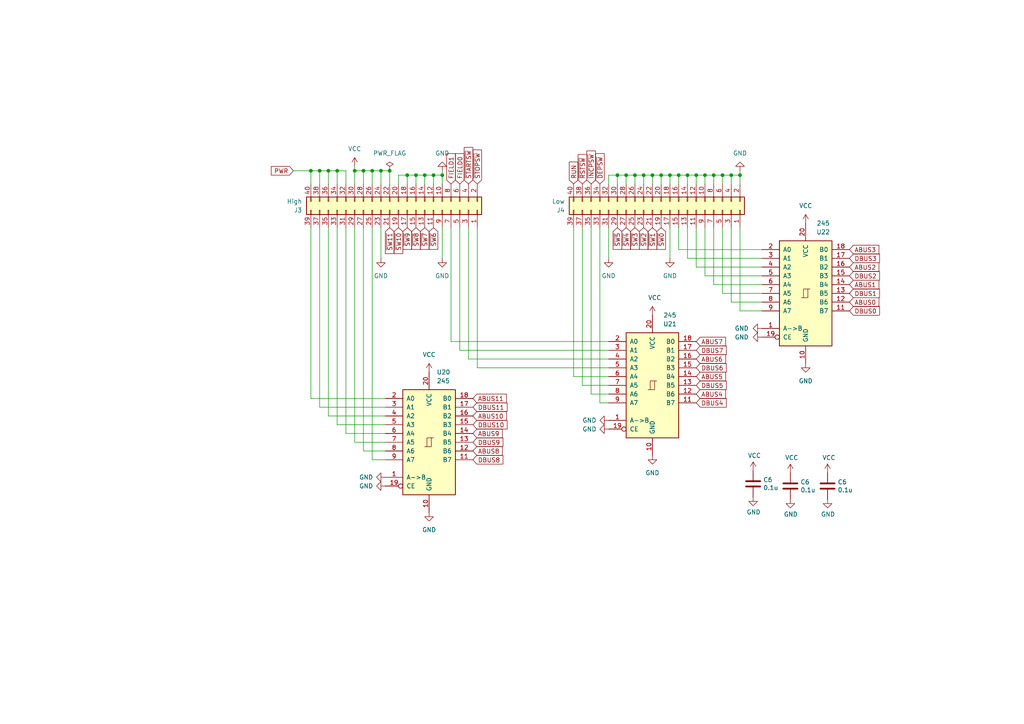
<source format=kicad_sch>
(kicad_sch (version 20230121) (generator eeschema)
  (paper "A4")
  (lib_symbols
    (symbol "74xx:74LS245" (pin_names (offset 1.016))
      (property "Reference" "U" (at -7.62 16.51 0))
      (property "Value" "74LS245" (at -7.62 -16.51 0))
      (symbol "74LS245_1_0"
        (polyline (pts (xy -0.635 -1.27) (xy -0.635 1.27) (xy 0.635 1.27)))
        (polyline (pts (xy -1.27 -1.27) (xy 0.635 -1.27) (xy 0.635 1.27) (xy 1.27 1.27)))
        (pin input line (at -12.7 -10.16 0) (length 5.08) (name "A->B") (number "1"))
        (pin power_in line (at 0 -20.32 90) (length 5.08) (name "GND") (number "10"))
        (pin tri_state line (at 12.7 -5.08 180) (length 5.08) (name "B7") (number "11"))
        (pin tri_state line (at 12.7 -2.54 180) (length 5.08) (name "B6") (number "12"))
        (pin tri_state line (at 12.7 0 180) (length 5.08) (name "B5") (number "13"))
        (pin tri_state line (at 12.7 2.54 180) (length 5.08) (name "B4") (number "14"))
        (pin tri_state line (at 12.7 5.08 180) (length 5.08) (name "B3") (number "15"))
        (pin tri_state line (at 12.7 7.62 180) (length 5.08) (name "B2") (number "16"))
        (pin tri_state line (at 12.7 10.16 180) (length 5.08) (name "B1") (number "17"))
        (pin tri_state line (at 12.7 12.7 180) (length 5.08) (name "B0") (number "18"))
        (pin input inverted (at -12.7 -12.7 0) (length 5.08) (name "CE") (number "19"))
        (pin tri_state line (at -12.7 12.7 0) (length 5.08) (name "A0") (number "2"))
        (pin power_in line (at 0 20.32 270) (length 5.08) (name "VCC") (number "20"))
        (pin tri_state line (at -12.7 10.16 0) (length 5.08) (name "A1") (number "3"))
        (pin tri_state line (at -12.7 7.62 0) (length 5.08) (name "A2") (number "4"))
        (pin tri_state line (at -12.7 5.08 0) (length 5.08) (name "A3") (number "5"))
        (pin tri_state line (at -12.7 2.54 0) (length 5.08) (name "A4") (number "6"))
        (pin tri_state line (at -12.7 0 0) (length 5.08) (name "A5") (number "7"))
        (pin tri_state line (at -12.7 -2.54 0) (length 5.08) (name "A6") (number "8"))
        (pin tri_state line (at -12.7 -5.08 0) (length 5.08) (name "A7") (number "9"))
      )
      (symbol "74LS245_1_1"
        (rectangle (start -7.62 15.24) (end 7.62 -15.24) (stroke (width 0.254)) (fill (type background)))
      )
    )
    (symbol "Connector_Generic:Conn_02x20_Odd_Even" (pin_names (offset 1.016) hide)
      (property "Reference" "J" (at 1.27 25.4 0))
      (property "Value" "Conn_02x20_Odd_Even" (at 1.27 -27.94 0))
      (symbol "Conn_02x20_Odd_Even_1_1"
        (rectangle (start -1.27 -25.273) (end 0 -25.527) (stroke (width 0.1524)))
        (rectangle (start -1.27 -22.733) (end 0 -22.987) (stroke (width 0.1524)))
        (rectangle (start -1.27 -20.193) (end 0 -20.447) (stroke (width 0.1524)))
        (rectangle (start -1.27 -17.653) (end 0 -17.907) (stroke (width 0.1524)))
        (rectangle (start -1.27 -15.113) (end 0 -15.367) (stroke (width 0.1524)))
        (rectangle (start -1.27 -12.573) (end 0 -12.827) (stroke (width 0.1524)))
        (rectangle (start -1.27 -10.033) (end 0 -10.287) (stroke (width 0.1524)))
        (rectangle (start -1.27 -7.493) (end 0 -7.747) (stroke (width 0.1524)))
        (rectangle (start -1.27 -4.953) (end 0 -5.207) (stroke (width 0.1524)))
        (rectangle (start -1.27 -2.413) (end 0 -2.667) (stroke (width 0.1524)))
        (rectangle (start -1.27 0.127) (end 0 -0.127) (stroke (width 0.1524)))
        (rectangle (start -1.27 2.667) (end 0 2.413) (stroke (width 0.1524)))
        (rectangle (start -1.27 5.207) (end 0 4.953) (stroke (width 0.1524)))
        (rectangle (start -1.27 7.747) (end 0 7.493) (stroke (width 0.1524)))
        (rectangle (start -1.27 10.287) (end 0 10.033) (stroke (width 0.1524)))
        (rectangle (start -1.27 12.827) (end 0 12.573) (stroke (width 0.1524)))
        (rectangle (start -1.27 15.367) (end 0 15.113) (stroke (width 0.1524)))
        (rectangle (start -1.27 17.907) (end 0 17.653) (stroke (width 0.1524)))
        (rectangle (start -1.27 20.447) (end 0 20.193) (stroke (width 0.1524)))
        (rectangle (start -1.27 22.987) (end 0 22.733) (stroke (width 0.1524)))
        (rectangle (start -1.27 24.13) (end 3.81 -26.67) (stroke (width 0.254)) (fill (type background)))
        (rectangle (start 3.81 -25.273) (end 2.54 -25.527) (stroke (width 0.1524)))
        (rectangle (start 3.81 -22.733) (end 2.54 -22.987) (stroke (width 0.1524)))
        (rectangle (start 3.81 -20.193) (end 2.54 -20.447) (stroke (width 0.1524)))
        (rectangle (start 3.81 -17.653) (end 2.54 -17.907) (stroke (width 0.1524)))
        (rectangle (start 3.81 -15.113) (end 2.54 -15.367) (stroke (width 0.1524)))
        (rectangle (start 3.81 -12.573) (end 2.54 -12.827) (stroke (width 0.1524)))
        (rectangle (start 3.81 -10.033) (end 2.54 -10.287) (stroke (width 0.1524)))
        (rectangle (start 3.81 -7.493) (end 2.54 -7.747) (stroke (width 0.1524)))
        (rectangle (start 3.81 -4.953) (end 2.54 -5.207) (stroke (width 0.1524)))
        (rectangle (start 3.81 -2.413) (end 2.54 -2.667) (stroke (width 0.1524)))
        (rectangle (start 3.81 0.127) (end 2.54 -0.127) (stroke (width 0.1524)))
        (rectangle (start 3.81 2.667) (end 2.54 2.413) (stroke (width 0.1524)))
        (rectangle (start 3.81 5.207) (end 2.54 4.953) (stroke (width 0.1524)))
        (rectangle (start 3.81 7.747) (end 2.54 7.493) (stroke (width 0.1524)))
        (rectangle (start 3.81 10.287) (end 2.54 10.033) (stroke (width 0.1524)))
        (rectangle (start 3.81 12.827) (end 2.54 12.573) (stroke (width 0.1524)))
        (rectangle (start 3.81 15.367) (end 2.54 15.113) (stroke (width 0.1524)))
        (rectangle (start 3.81 17.907) (end 2.54 17.653) (stroke (width 0.1524)))
        (rectangle (start 3.81 20.447) (end 2.54 20.193) (stroke (width 0.1524)))
        (rectangle (start 3.81 22.987) (end 2.54 22.733) (stroke (width 0.1524)))
        (pin passive line (at -5.08 22.86 0) (length 3.81) (name "Pin_1") (number "1"))
        (pin passive line (at 7.62 12.7 180) (length 3.81) (name "Pin_10") (number "10"))
        (pin passive line (at -5.08 10.16 0) (length 3.81) (name "Pin_11") (number "11"))
        (pin passive line (at 7.62 10.16 180) (length 3.81) (name "Pin_12") (number "12"))
        (pin passive line (at -5.08 7.62 0) (length 3.81) (name "Pin_13") (number "13"))
        (pin passive line (at 7.62 7.62 180) (length 3.81) (name "Pin_14") (number "14"))
        (pin passive line (at -5.08 5.08 0) (length 3.81) (name "Pin_15") (number "15"))
        (pin passive line (at 7.62 5.08 180) (length 3.81) (name "Pin_16") (number "16"))
        (pin passive line (at -5.08 2.54 0) (length 3.81) (name "Pin_17") (number "17"))
        (pin passive line (at 7.62 2.54 180) (length 3.81) (name "Pin_18") (number "18"))
        (pin passive line (at -5.08 0 0) (length 3.81) (name "Pin_19") (number "19"))
        (pin passive line (at 7.62 22.86 180) (length 3.81) (name "Pin_2") (number "2"))
        (pin passive line (at 7.62 0 180) (length 3.81) (name "Pin_20") (number "20"))
        (pin passive line (at -5.08 -2.54 0) (length 3.81) (name "Pin_21") (number "21"))
        (pin passive line (at 7.62 -2.54 180) (length 3.81) (name "Pin_22") (number "22"))
        (pin passive line (at -5.08 -5.08 0) (length 3.81) (name "Pin_23") (number "23"))
        (pin passive line (at 7.62 -5.08 180) (length 3.81) (name "Pin_24") (number "24"))
        (pin passive line (at -5.08 -7.62 0) (length 3.81) (name "Pin_25") (number "25"))
        (pin passive line (at 7.62 -7.62 180) (length 3.81) (name "Pin_26") (number "26"))
        (pin passive line (at -5.08 -10.16 0) (length 3.81) (name "Pin_27") (number "27"))
        (pin passive line (at 7.62 -10.16 180) (length 3.81) (name "Pin_28") (number "28"))
        (pin passive line (at -5.08 -12.7 0) (length 3.81) (name "Pin_29") (number "29"))
        (pin passive line (at -5.08 20.32 0) (length 3.81) (name "Pin_3") (number "3"))
        (pin passive line (at 7.62 -12.7 180) (length 3.81) (name "Pin_30") (number "30"))
        (pin passive line (at -5.08 -15.24 0) (length 3.81) (name "Pin_31") (number "31"))
        (pin passive line (at 7.62 -15.24 180) (length 3.81) (name "Pin_32") (number "32"))
        (pin passive line (at -5.08 -17.78 0) (length 3.81) (name "Pin_33") (number "33"))
        (pin passive line (at 7.62 -17.78 180) (length 3.81) (name "Pin_34") (number "34"))
        (pin passive line (at -5.08 -20.32 0) (length 3.81) (name "Pin_35") (number "35"))
        (pin passive line (at 7.62 -20.32 180) (length 3.81) (name "Pin_36") (number "36"))
        (pin passive line (at -5.08 -22.86 0) (length 3.81) (name "Pin_37") (number "37"))
        (pin passive line (at 7.62 -22.86 180) (length 3.81) (name "Pin_38") (number "38"))
        (pin passive line (at -5.08 -25.4 0) (length 3.81) (name "Pin_39") (number "39"))
        (pin passive line (at 7.62 20.32 180) (length 3.81) (name "Pin_4") (number "4"))
        (pin passive line (at 7.62 -25.4 180) (length 3.81) (name "Pin_40") (number "40"))
        (pin passive line (at -5.08 17.78 0) (length 3.81) (name "Pin_5") (number "5"))
        (pin passive line (at 7.62 17.78 180) (length 3.81) (name "Pin_6") (number "6"))
        (pin passive line (at -5.08 15.24 0) (length 3.81) (name "Pin_7") (number "7"))
        (pin passive line (at 7.62 15.24 180) (length 3.81) (name "Pin_8") (number "8"))
        (pin passive line (at -5.08 12.7 0) (length 3.81) (name "Pin_9") (number "9"))
      )
    )
    (symbol "Device:C" (pin_numbers hide) (pin_names (offset 0.254))
      (property "Reference" "C" (at 0.635 2.54 0))
      (property "Value" "C" (at 0.635 -2.54 0))
      (symbol "C_0_1"
        (polyline (pts (xy -2.032 -0.762) (xy 2.032 -0.762)) (stroke (width 0.508)))
        (polyline (pts (xy -2.032 0.762) (xy 2.032 0.762)) (stroke (width 0.508)))
      )
      (symbol "C_1_1"
        (pin passive line (at 0 3.81 270) (length 2.794) (name "~") (number "1"))
        (pin passive line (at 0 -3.81 90) (length 2.794) (name "~") (number "2"))
      )
    )
    (symbol "power:GND" (power) (pin_names (offset 0))
      (property "Value" "GND" (at 0 -3.81 0))
      (symbol "GND_0_1"
        (polyline (pts (xy 0 0) (xy 0 -1.27) (xy 1.27 -1.27) (xy 0 -2.54) (xy -1.27 -1.27) (xy 0 -1.27)))
      )
      (symbol "GND_1_1"
        (pin power_in line (at 0 0 270) (length 0) hide (name "GND") (number "1"))
      )
    )
    (symbol "power:PWR_FLAG" (power) (pin_numbers hide) (pin_names (offset 0) hide)
      (property "Value" "PWR_FLAG" (at 0 3.81 0))
      (symbol "PWR_FLAG_0_0"
        (pin power_out line (at 0 0 90) (length 0) (name "pwr") (number "1"))
      )
      (symbol "PWR_FLAG_0_1"
        (polyline (pts (xy 0 0) (xy 0 1.27) (xy -1.016 1.905) (xy 0 2.54) (xy 1.016 1.905) (xy 0 1.27)))
      )
    )
    (symbol "power:VCC" (power) (pin_names (offset 0))
      (property "Value" "VCC" (at 0 3.81 0))
      (symbol "VCC_0_1"
        (polyline (pts (xy -0.762 1.27) (xy 0 2.54)))
        (polyline (pts (xy 0 0) (xy 0 2.54)))
        (polyline (pts (xy 0 2.54) (xy 0.762 1.27)))
      )
      (symbol "VCC_1_1"
        (pin power_in line (at 0 0 90) (length 0) hide (name "VCC") (number "1"))
      )
    )
  )
  (junction (at 125.73 50.8))
  (junction (at 95.25 49.53))
  (junction (at 105.41 49.53))
  (junction (at 107.95 49.53))
  (junction (at 196.85 50.8))
  (junction (at 113.03 49.53))
  (junction (at 184.15 50.8))
  (junction (at 181.61 50.8))
  (junction (at 102.87 49.53))
  (junction (at 189.23 50.8))
  (junction (at 186.69 50.8))
  (junction (at 199.39 50.8))
  (junction (at 214.63 50.8))
  (junction (at 212.09 50.8))
  (junction (at 123.19 50.8))
  (junction (at 207.01 50.8))
  (junction (at 97.79 49.53))
  (junction (at 120.65 50.8))
  (junction (at 179.07 50.8))
  (junction (at 90.17 49.53))
  (junction (at 191.77 50.8))
  (junction (at 194.31 50.8))
  (junction (at 92.71 49.53))
  (junction (at 110.49 49.53))
  (junction (at 118.11 50.8))
  (junction (at 209.55 50.8))
  (junction (at 204.47 50.8))
  (junction (at 128.27 50.8))
  (junction (at 201.93 50.8))
  (wire (pts (xy 196.85 50.8) (xy 199.39 50.8)))
  (wire (pts (xy 97.79 66.04) (xy 97.79 123.19)))
  (wire (pts (xy 191.77 50.8) (xy 191.77 53.34)))
  (wire (pts (xy 110.49 49.53) (xy 110.49 53.34)))
  (wire (pts (xy 199.39 50.8) (xy 201.93 50.8)))
  (wire (pts (xy 113.03 49.53) (xy 110.49 49.53)))
  (wire (pts (xy 207.01 82.55) (xy 207.01 66.04)))
  (wire (pts (xy 85.09 49.53) (xy 90.17 49.53)))
  (wire (pts (xy 111.76 115.57) (xy 90.17 115.57)))
  (wire (pts (xy 186.69 50.8) (xy 186.69 53.34)))
  (wire (pts (xy 181.61 50.8) (xy 181.61 53.34)))
  (wire (pts (xy 220.98 82.55) (xy 207.01 82.55)))
  (wire (pts (xy 209.55 50.8) (xy 212.09 50.8)))
  (wire (pts (xy 171.45 66.04) (xy 171.45 114.3)))
  (wire (pts (xy 194.31 66.04) (xy 194.31 74.93)))
  (wire (pts (xy 111.76 123.19) (xy 97.79 123.19)))
  (wire (pts (xy 123.19 50.8) (xy 120.65 50.8)))
  (wire (pts (xy 133.35 66.04) (xy 133.35 101.6)))
  (wire (pts (xy 168.91 66.04) (xy 168.91 111.76)))
  (wire (pts (xy 111.76 130.81) (xy 105.41 130.81)))
  (wire (pts (xy 176.53 111.76) (xy 168.91 111.76)))
  (wire (pts (xy 107.95 49.53) (xy 105.41 49.53)))
  (wire (pts (xy 212.09 87.63) (xy 212.09 66.04)))
  (wire (pts (xy 95.25 49.53) (xy 95.25 53.34)))
  (wire (pts (xy 220.98 90.17) (xy 214.63 90.17)))
  (wire (pts (xy 105.41 49.53) (xy 102.87 49.53)))
  (wire (pts (xy 179.07 50.8) (xy 181.61 50.8)))
  (wire (pts (xy 176.53 104.14) (xy 135.89 104.14)))
  (wire (pts (xy 166.37 66.04) (xy 166.37 109.22)))
  (wire (pts (xy 176.53 53.34) (xy 176.53 50.8)))
  (wire (pts (xy 105.41 66.04) (xy 105.41 130.81)))
  (wire (pts (xy 181.61 50.8) (xy 184.15 50.8)))
  (wire (pts (xy 128.27 50.8) (xy 128.27 53.34)))
  (wire (pts (xy 194.31 50.8) (xy 196.85 50.8)))
  (wire (pts (xy 107.95 133.35) (xy 111.76 133.35)))
  (wire (pts (xy 95.25 49.53) (xy 92.71 49.53)))
  (wire (pts (xy 201.93 50.8) (xy 204.47 50.8)))
  (wire (pts (xy 128.27 66.04) (xy 128.27 74.93)))
  (wire (pts (xy 214.63 50.8) (xy 214.63 53.34)))
  (wire (pts (xy 199.39 50.8) (xy 199.39 53.34)))
  (wire (pts (xy 135.89 66.04) (xy 135.89 104.14)))
  (wire (pts (xy 209.55 50.8) (xy 209.55 53.34)))
  (wire (pts (xy 199.39 74.93) (xy 199.39 66.04)))
  (wire (pts (xy 130.81 66.04) (xy 130.81 99.06)))
  (wire (pts (xy 113.03 49.53) (xy 113.03 53.34)))
  (wire (pts (xy 118.11 50.8) (xy 118.11 53.34)))
  (wire (pts (xy 176.53 50.8) (xy 179.07 50.8)))
  (wire (pts (xy 100.33 49.53) (xy 97.79 49.53)))
  (wire (pts (xy 95.25 120.65) (xy 111.76 120.65)))
  (wire (pts (xy 176.53 106.68) (xy 138.43 106.68)))
  (wire (pts (xy 120.65 50.8) (xy 118.11 50.8)))
  (wire (pts (xy 220.98 87.63) (xy 212.09 87.63)))
  (wire (pts (xy 212.09 50.8) (xy 212.09 53.34)))
  (wire (pts (xy 110.49 49.53) (xy 107.95 49.53)))
  (wire (pts (xy 173.99 116.84) (xy 176.53 116.84)))
  (wire (pts (xy 201.93 77.47) (xy 201.93 66.04)))
  (wire (pts (xy 130.81 99.06) (xy 176.53 99.06)))
  (wire (pts (xy 100.33 125.73) (xy 111.76 125.73)))
  (wire (pts (xy 92.71 66.04) (xy 92.71 118.11)))
  (wire (pts (xy 201.93 50.8) (xy 201.93 53.34)))
  (wire (pts (xy 97.79 49.53) (xy 97.79 53.34)))
  (wire (pts (xy 173.99 66.04) (xy 173.99 116.84)))
  (wire (pts (xy 111.76 128.27) (xy 102.87 128.27)))
  (wire (pts (xy 176.53 114.3) (xy 171.45 114.3)))
  (wire (pts (xy 214.63 49.53) (xy 214.63 50.8)))
  (wire (pts (xy 204.47 50.8) (xy 207.01 50.8)))
  (wire (pts (xy 97.79 49.53) (xy 95.25 49.53)))
  (wire (pts (xy 214.63 90.17) (xy 214.63 66.04)))
  (wire (pts (xy 196.85 72.39) (xy 196.85 66.04)))
  (wire (pts (xy 123.19 50.8) (xy 123.19 53.34)))
  (wire (pts (xy 194.31 50.8) (xy 194.31 53.34)))
  (wire (pts (xy 125.73 50.8) (xy 125.73 53.34)))
  (wire (pts (xy 110.49 66.04) (xy 110.49 74.93)))
  (wire (pts (xy 90.17 49.53) (xy 90.17 53.34)))
  (wire (pts (xy 191.77 50.8) (xy 194.31 50.8)))
  (wire (pts (xy 95.25 66.04) (xy 95.25 120.65)))
  (wire (pts (xy 92.71 49.53) (xy 92.71 53.34)))
  (wire (pts (xy 220.98 74.93) (xy 199.39 74.93)))
  (wire (pts (xy 176.53 66.04) (xy 176.53 74.93)))
  (wire (pts (xy 102.87 66.04) (xy 102.87 128.27)))
  (wire (pts (xy 186.69 50.8) (xy 189.23 50.8)))
  (wire (pts (xy 128.27 50.8) (xy 125.73 50.8)))
  (wire (pts (xy 220.98 80.01) (xy 204.47 80.01)))
  (wire (pts (xy 220.98 72.39) (xy 196.85 72.39)))
  (wire (pts (xy 189.23 50.8) (xy 189.23 53.34)))
  (wire (pts (xy 90.17 66.04) (xy 90.17 115.57)))
  (wire (pts (xy 212.09 50.8) (xy 214.63 50.8)))
  (wire (pts (xy 102.87 49.53) (xy 102.87 53.34)))
  (wire (pts (xy 107.95 66.04) (xy 107.95 133.35)))
  (wire (pts (xy 176.53 109.22) (xy 166.37 109.22)))
  (wire (pts (xy 176.53 101.6) (xy 133.35 101.6)))
  (wire (pts (xy 92.71 49.53) (xy 90.17 49.53)))
  (wire (pts (xy 107.95 49.53) (xy 107.95 53.34)))
  (wire (pts (xy 118.11 50.8) (xy 115.57 50.8)))
  (wire (pts (xy 100.33 49.53) (xy 100.33 53.34)))
  (wire (pts (xy 102.87 48.26) (xy 102.87 49.53)))
  (wire (pts (xy 204.47 80.01) (xy 204.47 66.04)))
  (wire (pts (xy 184.15 50.8) (xy 186.69 50.8)))
  (wire (pts (xy 138.43 66.04) (xy 138.43 106.68)))
  (wire (pts (xy 207.01 50.8) (xy 209.55 50.8)))
  (wire (pts (xy 204.47 50.8) (xy 204.47 53.34)))
  (wire (pts (xy 220.98 77.47) (xy 201.93 77.47)))
  (wire (pts (xy 128.27 49.53) (xy 128.27 50.8)))
  (wire (pts (xy 209.55 85.09) (xy 209.55 66.04)))
  (wire (pts (xy 111.76 118.11) (xy 92.71 118.11)))
  (wire (pts (xy 100.33 66.04) (xy 100.33 125.73)))
  (wire (pts (xy 115.57 50.8) (xy 115.57 53.34)))
  (wire (pts (xy 125.73 50.8) (xy 123.19 50.8)))
  (wire (pts (xy 220.98 85.09) (xy 209.55 85.09)))
  (wire (pts (xy 207.01 50.8) (xy 207.01 53.34)))
  (wire (pts (xy 179.07 50.8) (xy 179.07 53.34)))
  (wire (pts (xy 189.23 50.8) (xy 191.77 50.8)))
  (wire (pts (xy 105.41 49.53) (xy 105.41 53.34)))
  (wire (pts (xy 184.15 50.8) (xy 184.15 53.34)))
  (wire (pts (xy 120.65 50.8) (xy 120.65 53.34)))
  (wire (pts (xy 196.85 50.8) (xy 196.85 53.34)))
  (global_label "~{SW8}" (shape input) (at 120.65 66.04 270) (property "Intersheetrefs" "${INTERSHEET_REFS}" (effects hide)))
  (global_label "DBUS5" (shape input) (at 201.93 111.76 0) (property "Intersheetrefs" "${INTERSHEET_REFS}" (effects hide)))
  (global_label "FIELD1" (shape input) (at 130.81 53.34 90) (property "Intersheetrefs" "${INTERSHEET_REFS}" (effects hide)))
  (global_label "ABUS2" (shape input) (at 246.38 77.47 0) (property "Intersheetrefs" "${INTERSHEET_REFS}" (effects hide)))
  (global_label "DBUS3" (shape input) (at 246.38 74.93 0) (property "Intersheetrefs" "${INTERSHEET_REFS}" (effects hide)))
  (global_label "~{SW11}" (shape input) (at 113.03 66.04 270) (property "Intersheetrefs" "${INTERSHEET_REFS}" (effects hide)))
  (global_label "RUN" (shape input) (at 166.37 53.34 90) (property "Intersheetrefs" "${INTERSHEET_REFS}" (effects hide)))
  (global_label "~{INCPSW}" (shape input) (at 171.45 53.34 90) (property "Intersheetrefs" "${INTERSHEET_REFS}" (effects hide)))
  (global_label "DBUS6" (shape input) (at 201.93 106.68 0) (property "Intersheetrefs" "${INTERSHEET_REFS}" (effects hide)))
  (global_label "~{SW7}" (shape input) (at 123.19 66.04 270) (property "Intersheetrefs" "${INTERSHEET_REFS}" (effects hide)))
  (global_label "~{DEPSW}" (shape input) (at 173.99 53.34 90) (property "Intersheetrefs" "${INTERSHEET_REFS}" (effects hide)))
  (global_label "FIELD0" (shape input) (at 133.35 53.34 90) (property "Intersheetrefs" "${INTERSHEET_REFS}" (effects hide)))
  (global_label "DBUS1" (shape input) (at 246.38 85.09 0) (property "Intersheetrefs" "${INTERSHEET_REFS}" (effects hide)))
  (global_label "DBUS2" (shape input) (at 246.38 80.01 0) (property "Intersheetrefs" "${INTERSHEET_REFS}" (effects hide)))
  (global_label "~{SW5}" (shape input) (at 179.07 66.04 270) (property "Intersheetrefs" "${INTERSHEET_REFS}" (effects hide)))
  (global_label "DBUS4" (shape input) (at 201.93 116.84 0) (property "Intersheetrefs" "${INTERSHEET_REFS}" (effects hide)))
  (global_label "ABUS9" (shape input) (at 137.16 125.73 0) (property "Intersheetrefs" "${INTERSHEET_REFS}" (effects hide)))
  (global_label "~{STARTSW}" (shape input) (at 135.89 53.34 90) (property "Intersheetrefs" "${INTERSHEET_REFS}" (effects hide)))
  (global_label "~{SW1}" (shape input) (at 189.23 66.04 270) (property "Intersheetrefs" "${INTERSHEET_REFS}" (effects hide)))
  (global_label "DBUS9" (shape input) (at 137.16 128.27 0) (property "Intersheetrefs" "${INTERSHEET_REFS}" (effects hide)))
  (global_label "DBUS0" (shape input) (at 246.38 90.17 0) (property "Intersheetrefs" "${INTERSHEET_REFS}" (effects hide)))
  (global_label "ABUS0" (shape input) (at 246.38 87.63 0) (property "Intersheetrefs" "${INTERSHEET_REFS}" (effects hide)))
  (global_label "~{SW6}" (shape input) (at 125.73 66.04 270) (property "Intersheetrefs" "${INTERSHEET_REFS}" (effects hide)))
  (global_label "ABUS5" (shape input) (at 201.93 109.22 0) (property "Intersheetrefs" "${INTERSHEET_REFS}" (effects hide)))
  (global_label "DBUS10" (shape input) (at 137.16 123.19 0) (property "Intersheetrefs" "${INTERSHEET_REFS}" (effects hide)))
  (global_label "ABUS6" (shape input) (at 201.93 104.14 0) (property "Intersheetrefs" "${INTERSHEET_REFS}" (effects hide)))
  (global_label "~{SW2}" (shape input) (at 186.69 66.04 270) (property "Intersheetrefs" "${INTERSHEET_REFS}" (effects hide)))
  (global_label "~{SW10}" (shape input) (at 115.57 66.04 270) (property "Intersheetrefs" "${INTERSHEET_REFS}" (effects hide)))
  (global_label "ABUS11" (shape input) (at 137.16 115.57 0) (property "Intersheetrefs" "${INTERSHEET_REFS}" (effects hide)))
  (global_label "~{SW3}" (shape input) (at 184.15 66.04 270) (property "Intersheetrefs" "${INTERSHEET_REFS}" (effects hide)))
  (global_label "DBUS11" (shape input) (at 137.16 118.11 0) (property "Intersheetrefs" "${INTERSHEET_REFS}" (effects hide)))
  (global_label "DBUS8" (shape input) (at 137.16 133.35 0) (property "Intersheetrefs" "${INTERSHEET_REFS}" (effects hide)))
  (global_label "~{RSTSW}" (shape input) (at 168.91 53.34 90) (property "Intersheetrefs" "${INTERSHEET_REFS}" (effects hide)))
  (global_label "ABUS7" (shape input) (at 201.93 99.06 0) (property "Intersheetrefs" "${INTERSHEET_REFS}" (effects hide)))
  (global_label "ABUS3" (shape input) (at 246.38 72.39 0) (property "Intersheetrefs" "${INTERSHEET_REFS}" (effects hide)))
  (global_label "ABUS10" (shape input) (at 137.16 120.65 0) (property "Intersheetrefs" "${INTERSHEET_REFS}" (effects hide)))
  (global_label "ABUS1" (shape input) (at 246.38 82.55 0) (property "Intersheetrefs" "${INTERSHEET_REFS}" (effects hide)))
  (global_label "ABUS8" (shape input) (at 137.16 130.81 0) (property "Intersheetrefs" "${INTERSHEET_REFS}" (effects hide)))
  (global_label "~{SW4}" (shape input) (at 181.61 66.04 270) (property "Intersheetrefs" "${INTERSHEET_REFS}" (effects hide)))
  (global_label "PWR" (shape input) (at 85.09 49.53 180) (property "Intersheetrefs" "${INTERSHEET_REFS}" (effects hide)))
  (global_label "~{SW0}" (shape input) (at 191.77 66.04 270) (property "Intersheetrefs" "${INTERSHEET_REFS}" (effects hide)))
  (global_label "~{SW9}" (shape input) (at 118.11 66.04 270) (property "Intersheetrefs" "${INTERSHEET_REFS}" (effects hide)))
  (global_label "ABUS4" (shape input) (at 201.93 114.3 0) (property "Intersheetrefs" "${INTERSHEET_REFS}" (effects hide)))
  (global_label "~{STOPSW}" (shape input) (at 138.43 53.34 90) (property "Intersheetrefs" "${INTERSHEET_REFS}" (effects hide)))
  (global_label "DBUS7" (shape input) (at 201.93 101.6 0) (property "Intersheetrefs" "${INTERSHEET_REFS}" (effects hide)))
  (symbol (lib_id "74xx:74LS245") (at 189.23 111.76 0) (unit 1)
    (property "Reference" "U21" (at 194.31 93.98 0))
    (property "Value" "245" (at 194.31 91.44 0))
    (property "Footprint" "Package_DIP:DIP-20_W7.62mm_Socket" (effects hide))
    (property "Datasheet" "http://www.ti.com/lit/gpn/sn74LS245" (effects hide))
  )
  (symbol (lib_id "power:GND") (at 218.44 144.145 0) (unit 1)
    (property "Reference" "#PWR013" (effects hide))
    (property "Value" "GND" (at 218.567 148.5392 0))
    (instances (project "q2a" (path "" (reference "#PWR013") (unit 1)) (path "" (reference "#PWR027") (unit 1)) (path "" (reference "#PWR041") (unit 1)) (path "" (reference "#PWR055") (unit 1)) (path "" (reference "#PWR069") (unit 1)) (path "" (reference "#PWR083") (unit 1)) (path "" (reference "#PWR?") (unit 1)) (path "" (reference "#PWR034") (unit 1)) (path "" (reference "#PWR062") (unit 1)) (path "" (reference "#PWR090") (unit 1)) (path "" (reference "#PWR020") (unit 1)) (path "" (reference "#PWR076") (unit 1)) (path "" (reference "#PWR048") (unit 1)) (path "" (reference "#PWR0154") (unit 1))))
  )
  (symbol (lib_id "power:GND") (at 176.53 124.46 270) (unit 1)
    (property "Reference" "#PWR0148" (effects hide))
    (property "Value" "GND" (at 168.91 124.46 90) (effects (justify left)))
  )
  (symbol (lib_id "power:GND") (at 189.23 132.08 0) (unit 1)
    (property "Reference" "#PWR0150" (effects hide))
    (property "Value" "GND" (at 189.23 137.16 0))
  )
  (symbol (lib_id "power:PWR_FLAG") (at 113.03 49.53 0) (unit 1)
    (property "Reference" "#FLG02" (effects hide))
    (property "Value" "PWR_FLAG" (at 113.03 44.45 0))
  )
  (symbol (lib_id "power:GND") (at 220.98 97.79 270) (unit 1)
    (property "Reference" "#PWR0156" (effects hide))
    (property "Value" "GND" (at 217.17 97.79 90) (effects (justify right)))
  )
  (symbol (lib_id "power:GND") (at 240.03 144.78 0) (unit 1)
    (property "Reference" "#PWR013" (effects hide))
    (property "Value" "GND" (at 240.157 149.1742 0))
    (instances (project "q2a" (path "" (reference "#PWR013") (unit 1)) (path "" (reference "#PWR027") (unit 1)) (path "" (reference "#PWR041") (unit 1)) (path "" (reference "#PWR055") (unit 1)) (path "" (reference "#PWR069") (unit 1)) (path "" (reference "#PWR083") (unit 1)) (path "" (reference "#PWR?") (unit 1)) (path "" (reference "#PWR034") (unit 1)) (path "" (reference "#PWR062") (unit 1)) (path "" (reference "#PWR090") (unit 1)) (path "" (reference "#PWR020") (unit 1)) (path "" (reference "#PWR076") (unit 1)) (path "" (reference "#PWR048") (unit 1)) (path "" (reference "#PWR0162") (unit 1))))
  )
  (symbol (lib_id "Device:C") (at 218.44 140.335 0) (unit 1)
    (property "Reference" "C6" (at 221.361 139.1666 0) (effects (justify left)))
    (property "Value" "0.1u" (at 221.361 141.478 0) (effects (justify left)))
    (property "Footprint" "Capacitor_THT:C_Disc_D5.0mm_W2.5mm_P2.50mm" (effects hide))
    (instances (project "q2a" (path "" (reference "C6") (unit 1)) (path "" (reference "C8") (unit 1)) (path "" (reference "C10") (unit 1)) (path "" (reference "C12") (unit 1)) (path "" (reference "C14") (unit 1)) (path "" (reference "C16") (unit 1)) (path "" (reference "C7") (unit 1)) (path "" (reference "C11") (unit 1)) (path "" (reference "C15") (unit 1)) (path "" (reference "C5") (unit 1)) (path "" (reference "C13") (unit 1)) (path "" (reference "C9") (unit 1)) (path "" (reference "C26") (unit 1))))
  )
  (symbol (lib_id "power:VCC") (at 233.68 64.77 0) (unit 1)
    (property "Reference" "#PWR0159" (effects hide))
    (property "Value" "VCC" (at 233.68 59.69 0))
  )
  (symbol (lib_id "power:GND") (at 194.31 74.93 0) (unit 1)
    (property "Reference" "#PWR0151" (effects hide))
    (property "Value" "GND" (at 194.31 80.01 0))
  )
  (symbol (lib_id "power:VCC") (at 240.03 137.16 0) (unit 1)
    (property "Reference" "#PWR012" (effects hide))
    (property "Value" "VCC" (at 240.411 132.7658 0))
    (instances (project "q2a" (path "" (reference "#PWR012") (unit 1)) (path "" (reference "#PWR026") (unit 1)) (path "" (reference "#PWR040") (unit 1)) (path "" (reference "#PWR054") (unit 1)) (path "" (reference "#PWR068") (unit 1)) (path "" (reference "#PWR082") (unit 1)) (path "" (reference "#PWR?") (unit 1)) (path "" (reference "#PWR033") (unit 1)) (path "" (reference "#PWR061") (unit 1)) (path "" (reference "#PWR089") (unit 1)) (path "" (reference "#PWR019") (unit 1)) (path "" (reference "#PWR075") (unit 1)) (path "" (reference "#PWR047") (unit 1)) (path "" (reference "#PWR0161") (unit 1))))
  )
  (symbol (lib_id "power:GND") (at 128.27 74.93 0) (unit 1)
    (property "Reference" "#PWR0145" (effects hide))
    (property "Value" "GND" (at 128.27 80.01 0))
  )
  (symbol (lib_id "power:GND") (at 111.76 138.43 270) (unit 1)
    (property "Reference" "#PWR0140" (effects hide))
    (property "Value" "GND" (at 104.14 138.43 90) (effects (justify left)))
  )
  (symbol (lib_id "power:GND") (at 220.98 95.25 270) (unit 1)
    (property "Reference" "#PWR0155" (effects hide))
    (property "Value" "GND" (at 217.17 95.25 90) (effects (justify right)))
  )
  (symbol (lib_id "Connector_Generic:Conn_02x20_Odd_Even") (at 115.57 60.96 270) (mirror x) (unit 1)
    (property "Reference" "J3" (at 87.63 60.96 90) (effects (justify right)))
    (property "Value" "High" (at 87.63 58.42 90) (effects (justify right)))
    (property "Footprint" "Connector_IDC:IDC-Header_2x20_P2.54mm_Vertical" (effects hide))
  )
  (symbol (lib_id "power:VCC") (at 189.23 91.44 0) (unit 1)
    (property "Reference" "#PWR0149" (effects hide))
    (property "Value" "VCC" (at 187.96 86.36 0) (effects (justify left)))
  )
  (symbol (lib_id "power:GND") (at 128.27 49.53 180) (unit 1)
    (property "Reference" "#PWR0144" (effects hide))
    (property "Value" "GND" (at 128.27 44.45 0))
  )
  (symbol (lib_id "Device:C") (at 229.235 140.97 0) (unit 1)
    (property "Reference" "C6" (at 232.156 139.8016 0) (effects (justify left)))
    (property "Value" "0.1u" (at 232.156 142.113 0) (effects (justify left)))
    (property "Footprint" "Capacitor_THT:C_Disc_D5.0mm_W2.5mm_P2.50mm" (effects hide))
    (instances (project "q2a" (path "" (reference "C6") (unit 1)) (path "" (reference "C8") (unit 1)) (path "" (reference "C10") (unit 1)) (path "" (reference "C12") (unit 1)) (path "" (reference "C14") (unit 1)) (path "" (reference "C16") (unit 1)) (path "" (reference "C7") (unit 1)) (path "" (reference "C11") (unit 1)) (path "" (reference "C15") (unit 1)) (path "" (reference "C5") (unit 1)) (path "" (reference "C13") (unit 1)) (path "" (reference "C9") (unit 1)) (path "" (reference "C27") (unit 1))))
  )
  (symbol (lib_id "Connector_Generic:Conn_02x20_Odd_Even") (at 191.77 60.96 270) (mirror x) (unit 1)
    (property "Reference" "J4" (at 163.83 60.96 90) (effects (justify right)))
    (property "Value" "Low" (at 163.83 58.42 90) (effects (justify right)))
    (property "Footprint" "Connector_IDC:IDC-Header_2x20_P2.54mm_Vertical" (effects hide))
  )
  (symbol (lib_id "power:VCC") (at 229.235 137.16 0) (unit 1)
    (property "Reference" "#PWR012" (effects hide))
    (property "Value" "VCC" (at 229.616 132.7658 0))
    (instances (project "q2a" (path "" (reference "#PWR012") (unit 1)) (path "" (reference "#PWR026") (unit 1)) (path "" (reference "#PWR040") (unit 1)) (path "" (reference "#PWR054") (unit 1)) (path "" (reference "#PWR068") (unit 1)) (path "" (reference "#PWR082") (unit 1)) (path "" (reference "#PWR?") (unit 1)) (path "" (reference "#PWR033") (unit 1)) (path "" (reference "#PWR061") (unit 1)) (path "" (reference "#PWR089") (unit 1)) (path "" (reference "#PWR019") (unit 1)) (path "" (reference "#PWR075") (unit 1)) (path "" (reference "#PWR047") (unit 1)) (path "" (reference "#PWR0157") (unit 1))))
  )
  (symbol (lib_id "power:GND") (at 111.76 140.97 270) (unit 1)
    (property "Reference" "#PWR0141" (effects hide))
    (property "Value" "GND" (at 104.14 140.97 90) (effects (justify left)))
  )
  (symbol (lib_id "power:GND") (at 229.235 144.78 0) (unit 1)
    (property "Reference" "#PWR013" (effects hide))
    (property "Value" "GND" (at 229.362 149.1742 0))
    (instances (project "q2a" (path "" (reference "#PWR013") (unit 1)) (path "" (reference "#PWR027") (unit 1)) (path "" (reference "#PWR041") (unit 1)) (path "" (reference "#PWR055") (unit 1)) (path "" (reference "#PWR069") (unit 1)) (path "" (reference "#PWR083") (unit 1)) (path "" (reference "#PWR?") (unit 1)) (path "" (reference "#PWR034") (unit 1)) (path "" (reference "#PWR062") (unit 1)) (path "" (reference "#PWR090") (unit 1)) (path "" (reference "#PWR020") (unit 1)) (path "" (reference "#PWR076") (unit 1)) (path "" (reference "#PWR048") (unit 1)) (path "" (reference "#PWR0158") (unit 1))))
  )
  (symbol (lib_id "Device:C") (at 240.03 140.97 0) (unit 1)
    (property "Reference" "C6" (at 242.951 139.8016 0) (effects (justify left)))
    (property "Value" "0.1u" (at 242.951 142.113 0) (effects (justify left)))
    (property "Footprint" "Capacitor_THT:C_Disc_D5.0mm_W2.5mm_P2.50mm" (effects hide))
    (instances (project "q2a" (path "" (reference "C6") (unit 1)) (path "" (reference "C8") (unit 1)) (path "" (reference "C10") (unit 1)) (path "" (reference "C12") (unit 1)) (path "" (reference "C14") (unit 1)) (path "" (reference "C16") (unit 1)) (path "" (reference "C7") (unit 1)) (path "" (reference "C11") (unit 1)) (path "" (reference "C15") (unit 1)) (path "" (reference "C5") (unit 1)) (path "" (reference "C13") (unit 1)) (path "" (reference "C9") (unit 1)) (path "" (reference "C28") (unit 1))))
  )
  (symbol (lib_id "power:VCC") (at 102.87 48.26 0) (unit 1)
    (property "Reference" "#PWR0138" (effects hide))
    (property "Value" "VCC" (at 102.87 43.18 0))
  )
  (symbol (lib_id "power:GND") (at 233.68 105.41 0) (unit 1)
    (property "Reference" "#PWR0160" (effects hide))
    (property "Value" "GND" (at 233.68 110.49 0))
  )
  (symbol (lib_id "power:GND") (at 110.49 74.93 0) (unit 1)
    (property "Reference" "#PWR0139" (effects hide))
    (property "Value" "GND" (at 110.49 80.01 0))
  )
  (symbol (lib_id "74xx:74LS245") (at 233.68 85.09 0) (unit 1)
    (property "Reference" "U22" (at 238.76 67.31 0))
    (property "Value" "245" (at 238.76 64.77 0))
    (property "Footprint" "Package_DIP:DIP-20_W7.62mm_Socket" (effects hide))
    (property "Datasheet" "http://www.ti.com/lit/gpn/sn74LS245" (effects hide))
  )
  (symbol (lib_id "power:GND") (at 176.53 121.92 270) (unit 1)
    (property "Reference" "#PWR0147" (effects hide))
    (property "Value" "GND" (at 168.91 121.92 90) (effects (justify left)))
  )
  (symbol (lib_id "power:VCC") (at 218.44 136.525 0) (unit 1)
    (property "Reference" "#PWR012" (effects hide))
    (property "Value" "VCC" (at 218.821 132.1308 0))
    (instances (project "q2a" (path "" (reference "#PWR012") (unit 1)) (path "" (reference "#PWR026") (unit 1)) (path "" (reference "#PWR040") (unit 1)) (path "" (reference "#PWR054") (unit 1)) (path "" (reference "#PWR068") (unit 1)) (path "" (reference "#PWR082") (unit 1)) (path "" (reference "#PWR?") (unit 1)) (path "" (reference "#PWR033") (unit 1)) (path "" (reference "#PWR061") (unit 1)) (path "" (reference "#PWR089") (unit 1)) (path "" (reference "#PWR019") (unit 1)) (path "" (reference "#PWR075") (unit 1)) (path "" (reference "#PWR047") (unit 1)) (path "" (reference "#PWR0153") (unit 1))))
  )
  (symbol (lib_id "power:GND") (at 176.53 74.93 0) (unit 1)
    (property "Reference" "#PWR0146" (effects hide))
    (property "Value" "GND" (at 176.53 80.01 0))
  )
  (symbol (lib_id "power:VCC") (at 124.46 107.95 0) (unit 1)
    (property "Reference" "#PWR0142" (effects hide))
    (property "Value" "VCC" (at 124.46 102.87 0))
  )
  (symbol (lib_id "power:GND") (at 214.63 49.53 180) (unit 1)
    (property "Reference" "#PWR0152" (effects hide))
    (property "Value" "GND" (at 214.63 44.45 0))
  )
  (symbol (lib_id "power:GND") (at 124.46 148.59 0) (unit 1)
    (property "Reference" "#PWR0143" (effects hide))
    (property "Value" "GND" (at 124.46 153.67 0))
  )
  (symbol (lib_id "74xx:74LS245") (at 124.46 128.27 0) (unit 1)
    (property "Reference" "U20" (at 126.6541 107.95 0) (effects (justify left)))
    (property "Value" "245" (at 126.6541 110.49 0) (effects (justify left)))
    (property "Footprint" "Package_DIP:DIP-20_W7.62mm_Socket" (effects hide))
    (property "Datasheet" "http://www.ti.com/lit/gpn/sn74LS245" (effects hide))
  )
)
</source>
